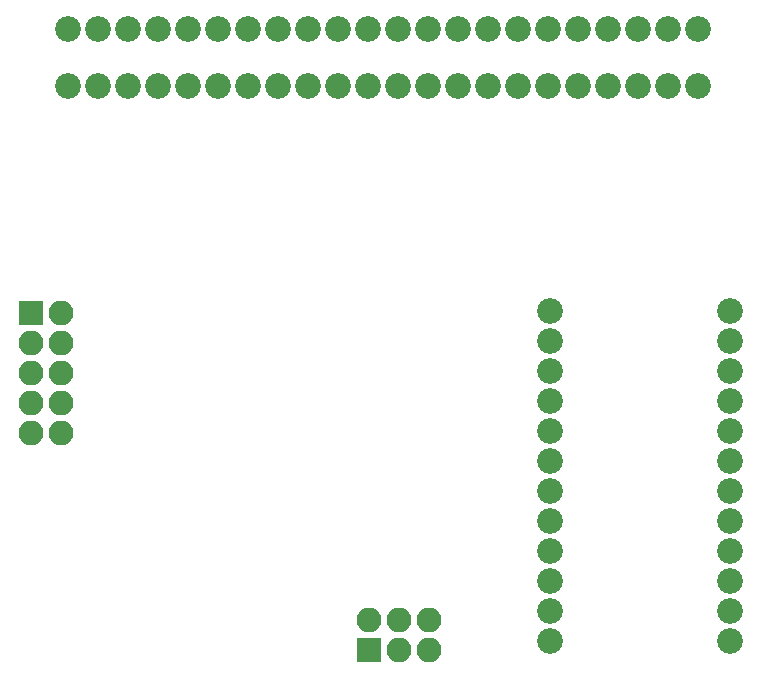
<source format=gbs>
G04 #@! TF.FileFunction,Soldermask,Bot*
%FSLAX46Y46*%
G04 Gerber Fmt 4.6, Leading zero omitted, Abs format (unit mm)*
G04 Created by KiCad (PCBNEW 4.0.1-stable) date Monday, April 10, 2017 'AMt' 12:08:22 AM*
%MOMM*%
G01*
G04 APERTURE LIST*
%ADD10C,0.100000*%
%ADD11R,2.100000X2.100000*%
%ADD12O,2.100000X2.100000*%
%ADD13C,2.178000*%
G04 APERTURE END LIST*
D10*
D11*
X163930000Y-107780000D03*
D12*
X163930000Y-105240000D03*
X166470000Y-107780000D03*
X166470000Y-105240000D03*
X169010000Y-107780000D03*
X169010000Y-105240000D03*
D11*
X135260000Y-79180000D03*
D12*
X137800000Y-79180000D03*
X135260000Y-81720000D03*
X137800000Y-81720000D03*
X135260000Y-84260000D03*
X137800000Y-84260000D03*
X135260000Y-86800000D03*
X137800000Y-86800000D03*
X135260000Y-89340000D03*
X137800000Y-89340000D03*
D13*
X179270000Y-107000000D03*
X194510000Y-107000000D03*
X179270000Y-104460000D03*
X194510000Y-104460000D03*
X179270000Y-101920000D03*
X194510000Y-101920000D03*
X179270000Y-99380000D03*
X194510000Y-99380000D03*
X179270000Y-96840000D03*
X194510000Y-96840000D03*
X179270000Y-94300000D03*
X194510000Y-94300000D03*
X179270000Y-91760000D03*
X194510000Y-91760000D03*
X179270000Y-89220000D03*
X194510000Y-89220000D03*
X179270000Y-86680000D03*
X194510000Y-86680000D03*
X179270000Y-84140000D03*
X194510000Y-84140000D03*
X179270000Y-81600000D03*
X194510000Y-81600000D03*
X179270000Y-79060000D03*
X194510000Y-79060000D03*
X191750000Y-55140000D03*
X191750000Y-59991400D03*
X189210000Y-55140000D03*
X189210000Y-59991400D03*
X186670000Y-55140000D03*
X186670000Y-59991400D03*
X184130000Y-55140000D03*
X184130000Y-59991400D03*
X181590000Y-55140000D03*
X181590000Y-59991400D03*
X179050000Y-55140000D03*
X179050000Y-59991400D03*
X176510000Y-55140000D03*
X176510000Y-59991400D03*
X173970000Y-55140000D03*
X173970000Y-59991400D03*
X171430000Y-55140000D03*
X171430000Y-59991400D03*
X168890000Y-55140000D03*
X168890000Y-59991400D03*
X166350000Y-55140000D03*
X166350000Y-59991400D03*
X163810000Y-55140000D03*
X163810000Y-59991400D03*
X161270000Y-55140000D03*
X161270000Y-59991400D03*
X158730000Y-55140000D03*
X158730000Y-59991400D03*
X156190000Y-55140000D03*
X156190000Y-59991400D03*
X153650000Y-55140000D03*
X153650000Y-59991400D03*
X151110000Y-55140000D03*
X151110000Y-59991400D03*
X148570000Y-55140000D03*
X148570000Y-59991400D03*
X146030000Y-55140000D03*
X146030000Y-59991400D03*
X143490000Y-55140000D03*
X143490000Y-59991400D03*
X140950000Y-55140000D03*
X140950000Y-59991400D03*
X138410000Y-55140000D03*
X138410000Y-59991400D03*
M02*

</source>
